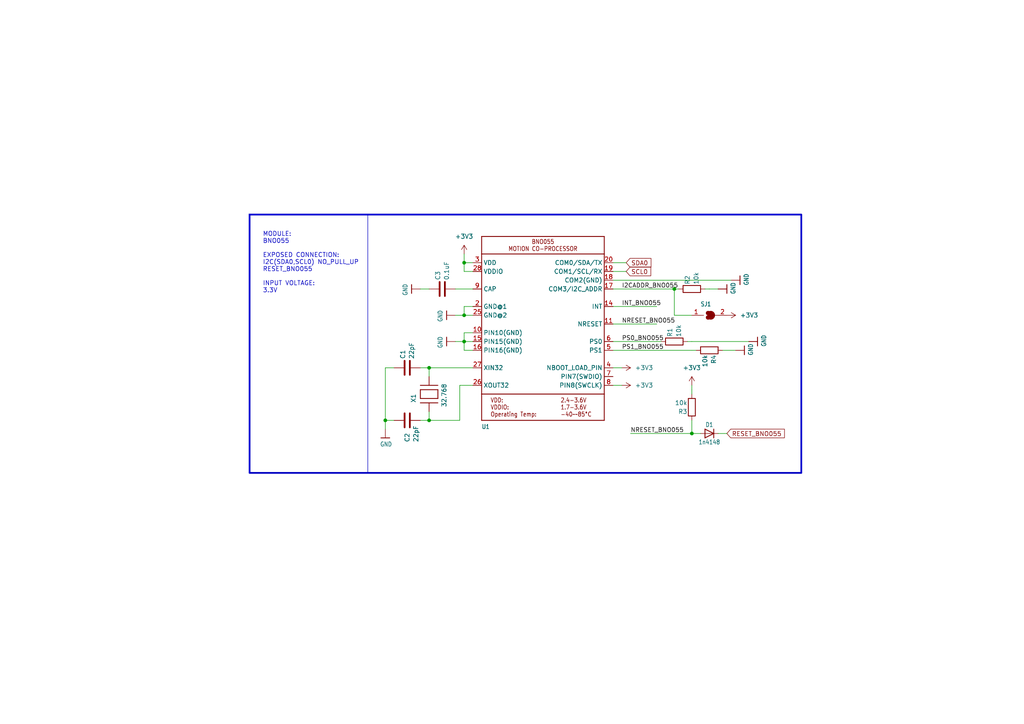
<source format=kicad_sch>
(kicad_sch (version 20230121) (generator eeschema)
  (paper "A4")
  (lib_symbols
    (symbol "Adafruit BNO055 STEMMA QT-eagle-import:BNO055"
      (symbol "BNO055_1_0"
        (polyline (pts (xy -17.78 -27.94) (xy 17.78 -27.94)) (stroke (width 0.254)))
        (polyline (pts (xy -17.78 -20.32) (xy -17.78 -27.94)) (stroke (width 0.254)))
        (polyline (pts (xy -17.78 -20.32) (xy -17.78 20.32)) (stroke (width 0.254)))
        (polyline (pts (xy -17.78 20.32) (xy -17.78 25.4)) (stroke (width 0.254)))
        (polyline (pts (xy -17.78 20.32) (xy 17.78 20.32)) (stroke (width 0.254)))
        (polyline (pts (xy -17.78 25.4) (xy 17.78 25.4)) (stroke (width 0.254)))
        (polyline (pts (xy 17.78 -27.94) (xy 17.78 -20.32)) (stroke (width 0.254)))
        (polyline (pts (xy 17.78 -20.32) (xy -17.78 -20.32)) (stroke (width 0.254)))
        (polyline (pts (xy 17.78 20.32) (xy 17.78 -20.32)) (stroke (width 0.254)))
        (polyline (pts (xy 17.78 25.4) (xy 17.78 20.32)) (stroke (width 0.254)))
        (text "2.4-3.6V\n1.7-3.6V\n-40~~85°C" (at 5.08 -24.13 0) (effects (font (size 1.27 1.0795)) (justify left)))
        (text "BNO055\nMOTION CO-PROCESSOR" (at 0 22.86 0) (effects (font (size 1.27 1.0795))))
        (text "VDD:\nVDDIO:\nOperating Temp:" (at -15.24 -24.13 0) (effects (font (size 1.27 1.0795)) (justify left)))
        (pin bidirectional line (at -20.32 -2.54 0) (length 2.54) (name "PIN10(GND)") (number "10"))
        (pin bidirectional line (at 20.32 0 180) (length 2.54) (name "NRESET") (number "11"))
        (pin output line (at 20.32 5.08 180) (length 2.54) (name "INT") (number "14"))
        (pin bidirectional line (at -20.32 -5.08 0) (length 2.54) (name "PIN15(GND)") (number "15"))
        (pin bidirectional line (at -20.32 -7.62 0) (length 2.54) (name "PIN16(GND)") (number "16"))
        (pin bidirectional line (at 20.32 10.16 180) (length 2.54) (name "COM3/I2C_ADDR") (number "17"))
        (pin bidirectional line (at 20.32 12.7 180) (length 2.54) (name "COM2(GND)") (number "18"))
        (pin bidirectional line (at 20.32 15.24 180) (length 2.54) (name "COM1/SCL/RX") (number "19"))
        (pin power_in line (at -20.32 5.08 0) (length 2.54) (name "GND@1") (number "2"))
        (pin bidirectional line (at 20.32 17.78 180) (length 2.54) (name "COM0/SDA/TX") (number "20"))
        (pin power_in line (at -20.32 2.54 0) (length 2.54) (name "GND@2") (number "25"))
        (pin output line (at -20.32 -17.78 0) (length 2.54) (name "XOUT32") (number "26"))
        (pin input line (at -20.32 -12.7 0) (length 2.54) (name "XIN32") (number "27"))
        (pin power_in line (at -20.32 15.24 0) (length 2.54) (name "VDDIO") (number "28"))
        (pin power_in line (at -20.32 17.78 0) (length 2.54) (name "VDD") (number "3"))
        (pin bidirectional line (at 20.32 -12.7 180) (length 2.54) (name "NBOOT_LOAD_PIN") (number "4"))
        (pin input line (at 20.32 -7.62 180) (length 2.54) (name "PS1") (number "5"))
        (pin input line (at 20.32 -5.08 180) (length 2.54) (name "PS0") (number "6"))
        (pin bidirectional line (at 20.32 -15.24 180) (length 2.54) (name "PIN7(SWDIO)") (number "7"))
        (pin bidirectional line (at 20.32 -17.78 180) (length 2.54) (name "PIN8(SWCLK)") (number "8"))
        (pin passive line (at -20.32 10.16 0) (length 2.54) (name "CAP") (number "9"))
      )
    )
    (symbol "Adafruit BNO055 STEMMA QT-eagle-import:DIODESOD-323"
      (property "Reference" "D" (at 0 2.54 0))
      (symbol "DIODESOD-323_1_0"
        (polyline (pts (xy -1.27 -1.27) (xy 1.27 0)) (stroke (width 0.254)))
        (polyline (pts (xy -1.27 1.27) (xy -1.27 -1.27)) (stroke (width 0.254)))
        (polyline (pts (xy 1.27 0) (xy -1.27 1.27)) (stroke (width 0.254)))
        (polyline (pts (xy 1.27 0) (xy 1.27 -1.27)) (stroke (width 0.254)))
        (polyline (pts (xy 1.27 1.27) (xy 1.27 0)) (stroke (width 0.254)))
        (pin passive line (at -2.54 0 0) (length 2.54) (name "A") (number "A"))
        (pin passive line (at 2.54 0 180) (length 2.54) (name "C") (number "C"))
      )
    )
    (symbol "Adafruit BNO055 STEMMA QT-eagle-import:GND" (power)
      (property "Value" "GND" (at -1.524 -2.54 0))
      (symbol "GND_1_0"
        (polyline (pts (xy -1.27 0) (xy 1.27 0)) (stroke (width 0.254)))
        (pin power_in line (at 0 2.54 270) (length 2.54) (name "GND") (number "1"))
      )
    )
    (symbol "Adafruit BNO055 STEMMA QT-eagle-import:SOLDERJUMPER"
      (property "Reference" "SJ" (at -2.54 2.54 0))
      (symbol "SOLDERJUMPER_1_0"
        (arc (start -0.381 -0.635) (mid 0.2514 -0.0001) (end -0.3808 0.635) (stroke (width 1.27)))
        (polyline (pts (xy -2.54 0) (xy -1.651 0)) (stroke (width 0.1524)))
        (polyline (pts (xy 2.54 0) (xy 1.651 0)) (stroke (width 0.1524)))
        (arc (start 0.3808 -0.635) (mid 1.0132 -0.0001) (end 0.381 0.635) (stroke (width 1.27)))
        (pin passive line (at -5.08 0 0) (length 2.54) (name "1") (number "1"))
        (pin passive line (at 5.08 0 180) (length 2.54) (name "2") (number "2"))
      )
    )
    (symbol "Adafruit BNO055 STEMMA QT-eagle-import:XTAL-3.2X1.5"
      (property "Reference" "X" (at -2.54 3.81 0))
      (symbol "XTAL-3.2X1.5_1_0"
        (polyline (pts (xy -2.54 2.54) (xy -2.54 -2.54)) (stroke (width 0.254)))
        (polyline (pts (xy -1.27 -2.54) (xy 1.27 -2.54)) (stroke (width 0.254)))
        (polyline (pts (xy -1.27 2.54) (xy -1.27 -2.54)) (stroke (width 0.254)))
        (polyline (pts (xy 1.27 -2.54) (xy 1.27 2.54)) (stroke (width 0.254)))
        (polyline (pts (xy 1.27 2.54) (xy -1.27 2.54)) (stroke (width 0.254)))
        (polyline (pts (xy 2.54 2.54) (xy 2.54 -2.54)) (stroke (width 0.254)))
        (pin bidirectional line (at -5.08 0 0) (length 2.54) (name "P$1") (number "P$1"))
        (pin bidirectional line (at 5.08 0 180) (length 2.54) (name "P$2") (number "P$2"))
      )
    )
    (symbol "Device:C" (pin_numbers hide) (pin_names (offset 0.254))
      (property "Reference" "C" (at 0.635 2.54 0))
      (property "Value" "C" (at 0.635 -2.54 0))
      (symbol "C_0_1"
        (polyline (pts (xy -2.032 -0.762) (xy 2.032 -0.762)) (stroke (width 0.508)))
        (polyline (pts (xy -2.032 0.762) (xy 2.032 0.762)) (stroke (width 0.508)))
      )
      (symbol "C_1_1"
        (pin passive line (at 0 3.81 270) (length 2.794) (name "~") (number "1"))
        (pin passive line (at 0 -3.81 90) (length 2.794) (name "~") (number "2"))
      )
    )
    (symbol "Device:R" (pin_numbers hide) (pin_names (offset 0))
      (property "Reference" "R" (at 2.032 0 90))
      (property "Value" "R" (at 0 0 90))
      (symbol "R_0_1"
        (rectangle (start -1.016 -2.54) (end 1.016 2.54) (stroke (width 0.254)))
      )
      (symbol "R_1_1"
        (pin passive line (at 0 3.81 270) (length 1.27) (name "~") (number "1"))
        (pin passive line (at 0 -3.81 90) (length 1.27) (name "~") (number "2"))
      )
    )
    (symbol "power:+3V3" (power) (pin_names (offset 0))
      (property "Value" "+3V3" (at 0 3.556 0))
      (symbol "+3V3_0_1"
        (polyline (pts (xy -0.762 1.27) (xy 0 2.54)))
        (polyline (pts (xy 0 0) (xy 0 2.54)))
        (polyline (pts (xy 0 2.54) (xy 0.762 1.27)))
      )
      (symbol "+3V3_1_1"
        (pin power_in line (at 0 0 90) (length 0) hide (name "+3V3") (number "1"))
      )
    )
  )
  (junction (at 200.66 125.73))
  (junction (at 124.46 121.92))
  (junction (at 195.58 83.82))
  (junction (at 124.46 106.68))
  (junction (at 134.62 76.2))
  (junction (at 111.76 121.92))
  (junction (at 134.62 99.06))
  (junction (at 134.62 91.44))
  (wire (pts (xy 137.16 78.74) (xy 134.62 78.74)) (stroke (width 0.1524)))
  (wire (pts (xy 177.8 76.2) (xy 181.61 76.2)))
  (wire (pts (xy 124.46 109.22) (xy 124.46 106.68)) (stroke (width 0.1524)))
  (wire (pts (xy 195.58 83.82) (xy 195.58 91.44)) (stroke (width 0.1524)))
  (wire (pts (xy 177.8 83.82) (xy 195.58 83.82)) (stroke (width 0.1524)))
  (wire (pts (xy 134.62 99.06) (xy 132.08 99.06)) (stroke (width 0.1524)))
  (wire (pts (xy 200.66 121.92) (xy 200.66 125.73)) (stroke (width 0.1524)))
  (wire (pts (xy 137.16 83.82) (xy 132.08 83.82)) (stroke (width 0.1524)))
  (wire (pts (xy 137.16 76.2) (xy 134.62 76.2)) (stroke (width 0.1524)))
  (wire (pts (xy 134.62 91.44) (xy 132.08 91.44)) (stroke (width 0.1524)))
  (wire (pts (xy 199.39 99.06) (xy 200.66 99.06)))
  (wire (pts (xy 208.28 125.73) (xy 210.82 125.73)))
  (wire (pts (xy 124.46 119.38) (xy 124.46 121.92)) (stroke (width 0.1524)))
  (wire (pts (xy 134.62 101.6) (xy 134.62 99.06)) (stroke (width 0.1524)))
  (wire (pts (xy 137.16 99.06) (xy 134.62 99.06)) (stroke (width 0.1524)))
  (wire (pts (xy 114.3 106.68) (xy 111.76 106.68)) (stroke (width 0.1524)))
  (wire (pts (xy 124.46 83.82) (xy 121.92 83.82)) (stroke (width 0.1524)))
  (wire (pts (xy 111.76 106.68) (xy 111.76 121.92)) (stroke (width 0.1524)))
  (wire (pts (xy 111.76 121.92) (xy 111.76 124.46)) (stroke (width 0.1524)))
  (wire (pts (xy 182.88 125.73) (xy 200.66 125.73)) (stroke (width 0.1524)))
  (wire (pts (xy 180.34 111.76) (xy 177.8 111.76)) (stroke (width 0.1524)))
  (wire (pts (xy 195.58 91.44) (xy 200.66 91.44)) (stroke (width 0.1524)))
  (wire (pts (xy 137.16 111.76) (xy 133.35 111.76)) (stroke (width 0.1524)))
  (wire (pts (xy 137.16 91.44) (xy 134.62 91.44)) (stroke (width 0.1524)))
  (wire (pts (xy 208.28 83.82) (xy 205.74 83.82)) (stroke (width 0.1524)))
  (wire (pts (xy 204.47 83.82) (xy 205.74 83.82)))
  (wire (pts (xy 200.66 125.73) (xy 203.2 125.73)) (stroke (width 0.1524)))
  (wire (pts (xy 200.66 113.03) (xy 200.66 114.3)))
  (wire (pts (xy 134.62 78.74) (xy 134.62 76.2)) (stroke (width 0.1524)))
  (wire (pts (xy 190.5 99.06) (xy 191.77 99.06)))
  (wire (pts (xy 134.62 88.9) (xy 134.62 91.44)) (stroke (width 0.1524)))
  (wire (pts (xy 137.16 106.68) (xy 124.46 106.68)) (stroke (width 0.1524)))
  (wire (pts (xy 137.16 101.6) (xy 134.62 101.6)) (stroke (width 0.1524)))
  (wire (pts (xy 195.58 83.82) (xy 196.85 83.82)))
  (wire (pts (xy 137.16 88.9) (xy 134.62 88.9)) (stroke (width 0.1524)))
  (wire (pts (xy 200.66 101.6) (xy 201.93 101.6)))
  (wire (pts (xy 133.35 121.92) (xy 124.46 121.92)) (stroke (width 0.1524)))
  (wire (pts (xy 134.62 76.2) (xy 134.62 73.66)) (stroke (width 0.1524)))
  (wire (pts (xy 212.09 81.28) (xy 177.8 81.28)) (stroke (width 0.1524)))
  (wire (pts (xy 177.8 101.6) (xy 200.66 101.6)) (stroke (width 0.1524)))
  (wire (pts (xy 177.8 106.68) (xy 180.34 106.68)) (stroke (width 0.1524)))
  (wire (pts (xy 177.8 88.9) (xy 190.5 88.9)) (stroke (width 0.1524)))
  (wire (pts (xy 134.62 96.52) (xy 134.62 99.06)) (stroke (width 0.1524)))
  (wire (pts (xy 133.35 111.76) (xy 133.35 121.92)) (stroke (width 0.1524)))
  (wire (pts (xy 124.46 106.68) (xy 121.92 106.68)) (stroke (width 0.1524)))
  (wire (pts (xy 200.66 99.06) (xy 217.17 99.06)) (stroke (width 0.1524)))
  (wire (pts (xy 209.55 101.6) (xy 213.36 101.6)) (stroke (width 0.1524)))
  (wire (pts (xy 177.8 78.74) (xy 181.61 78.74)))
  (wire (pts (xy 137.16 96.52) (xy 134.62 96.52)) (stroke (width 0.1524)))
  (wire (pts (xy 177.8 93.98) (xy 190.5 93.98)) (stroke (width 0.1524)))
  (wire (pts (xy 124.46 121.92) (xy 121.92 121.92)) (stroke (width 0.1524)))
  (wire (pts (xy 177.8 99.06) (xy 190.5 99.06)) (stroke (width 0.1524)))
  (wire (pts (xy 200.66 113.03) (xy 200.66 111.76)) (stroke (width 0.1524)))
  (wire (pts (xy 114.3 121.92) (xy 111.76 121.92)) (stroke (width 0.1524)))
  (rectangle (start 72.39 62.23) (end 106.68 137.16))
  (rectangle (start 72.39 62.23) (end 232.41 137.16) (stroke (width 0.5)))
  (text "MODULE:\nBNO055\n\nEXPOSED CONNECTION: \nI2C(SDA0,SCL0) NO_PULL_UP\nRESET_BNO055\n\nINPUT VOLTAGE:\n3.3V" (at 76.2 85.09 0) (effects (font (size 1.27 1.27)) (justify left bottom)))
  (label "NRESET_BNO055" (at 182.88 125.73 0) (effects (font (size 1.2446 1.2446))))
  (label "NRESET_BNO055" (at 180.34 93.98 0) (effects (font (size 1.2446 1.2446))))
  (label "INT_BNO055" (at 180.34 88.9 0) (effects (font (size 1.2446 1.2446))))
  (label "PS0_BNO055" (at 180.34 99.06 0) (effects (font (size 1.2446 1.2446))))
  (label "PS1_BNO055" (at 180.34 101.6 0) (effects (font (size 1.2446 1.2446))))
  (label "I2CADDR_BNO055" (at 180.34 83.82 0) (effects (font (size 1.2446 1.2446))))
  (global_label "RESET_BNO055" (shape input) (at 210.82 125.73 0) (property "Intersheetrefs" "${INTERSHEET_REFS}" (effects hide)))
  (global_label "SDA0" (shape input) (at 181.61 76.2 0) (property "Intersheetrefs" "${INTERSHEET_REFS}" (effects hide)))
  (global_label "SCL0" (shape input) (at 181.61 78.74 0) (property "Intersheetrefs" "${INTERSHEET_REFS}" (effects hide)))
  (symbol (lib_id "power:+3V3") (at 200.66 111.76 0) (unit 1)
    (property "Reference" "#PWR04" (effects hide))
    (property "Value" "+3V3" (at 200.66 106.68 0))
  )
  (symbol (lib_id "Adafruit BNO055 STEMMA QT-eagle-import:GND") (at 219.71 99.06 90) (unit 1)
    (property "Reference" "#U$08" (effects hide))
    (property "Value" "GND" (at 222.25 100.584 0) (effects (font (size 1.27 1.0795)) (justify left bottom)))
  )
  (symbol (lib_id "Device:R") (at 205.74 101.6 270) (unit 1)
    (property "Reference" "R4" (at 207.01 102.87 0) (effects (justify left)))
    (property "Value" "10k" (at 204.47 102.87 0) (effects (justify left)))
    (property "Footprint" "Resistor_SMD:R_01005_0402Metric" (effects hide))
  )
  (symbol (lib_id "Device:C") (at 118.11 106.68 90) (unit 1)
    (property "Reference" "C1" (at 116.84 104.14 0) (effects (justify left)))
    (property "Value" "22pF" (at 119.38 104.14 0) (effects (justify left)))
    (property "Footprint" "Capacitor_SMD:C_0402_1005Metric" (effects hide))
  )
  (symbol (lib_id "Adafruit BNO055 STEMMA QT-eagle-import:GND") (at 210.82 83.82 90) (unit 1)
    (property "Reference" "#U$05" (effects hide))
    (property "Value" "GND" (at 213.36 85.344 0) (effects (font (size 1.27 1.0795)) (justify left bottom)))
  )
  (symbol (lib_id "Adafruit BNO055 STEMMA QT-eagle-import:GND") (at 129.54 99.06 270) (unit 1)
    (property "Reference" "#U$04" (effects hide))
    (property "Value" "GND" (at 127 97.536 0) (effects (font (size 1.27 1.0795)) (justify left bottom)))
  )
  (symbol (lib_id "Device:C") (at 128.27 83.82 90) (unit 1)
    (property "Reference" "C3" (at 127 81.28 0) (effects (justify left)))
    (property "Value" "0.1uF" (at 129.54 81.28 0) (effects (justify left)))
    (property "Footprint" "Capacitor_SMD:C_0402_1005Metric" (effects hide))
  )
  (symbol (lib_id "Device:C") (at 118.11 121.92 90) (unit 1)
    (property "Reference" "C2" (at 118.11 128.27 0) (effects (justify left)))
    (property "Value" "22pF" (at 120.65 128.27 0) (effects (justify left)))
    (property "Footprint" "Capacitor_SMD:C_0402_1005Metric" (effects hide))
  )
  (symbol (lib_id "power:+3V3") (at 180.34 111.76 270) (unit 1)
    (property "Reference" "#PWR03" (effects hide))
    (property "Value" "+3V3" (at 184.15 111.76 90) (effects (justify left)))
  )
  (symbol (lib_id "Device:R") (at 195.58 99.06 90) (unit 1)
    (property "Reference" "R1" (at 194.31 97.79 0) (effects (justify left)))
    (property "Value" "10k" (at 196.85 97.79 0) (effects (justify left)))
    (property "Footprint" "Resistor_SMD:R_01005_0402Metric" (effects hide))
  )
  (symbol (lib_id "Adafruit BNO055 STEMMA QT-eagle-import:GND") (at 214.63 81.28 90) (unit 1)
    (property "Reference" "#U$06" (effects hide))
    (property "Value" "GND" (at 217.17 82.804 0) (effects (font (size 1.27 1.0795)) (justify left bottom)))
  )
  (symbol (lib_id "Adafruit BNO055 STEMMA QT-eagle-import:XTAL-3.2X1.5") (at 124.46 114.3 90) (unit 1)
    (property "Reference" "X1" (at 120.65 116.84 0) (effects (justify left bottom)))
    (property "Value" "32.768" (at 129.54 118.11 0) (effects (justify left bottom)))
    (property "Footprint" "Adafruit BNO055 STEMMA QT:XTAL3215" (effects hide))
  )
  (symbol (lib_id "Adafruit BNO055 STEMMA QT-eagle-import:SOLDERJUMPER") (at 205.74 91.44 0) (unit 1)
    (property "Reference" "SJ1" (at 203.2 88.9 0) (effects (font (size 1.27 1.0795)) (justify left bottom)))
    (property "Value" "SOLDERJUMPER" (effects hide))
    (property "Footprint" "Adafruit BNO055 STEMMA QT:SOLDERJUMPER_ARROW_NOPASTE" (effects hide))
  )
  (symbol (lib_id "Adafruit BNO055 STEMMA QT-eagle-import:BNO055") (at 157.48 93.98 0) (unit 1)
    (property "Reference" "U$1" (effects hide))
    (property "Value" "U1" (at 139.7 124.46 0) (effects (font (size 1.27 1.0795)) (justify left bottom)))
    (property "Footprint" "Adafruit BNO055 STEMMA QT:BNO055" (effects hide))
  )
  (symbol (lib_id "Adafruit BNO055 STEMMA QT-eagle-import:DIODESOD-323") (at 205.74 125.73 0) (unit 1)
    (property "Reference" "D1" (at 205.74 123.19 0) (effects (font (size 1.27 1.0795))))
    (property "Value" "1n4148" (at 205.74 128.23 0) (effects (font (size 1.27 1.0795))))
    (property "Footprint" "Adafruit BNO055 STEMMA QT:SOD-323" (effects hide))
  )
  (symbol (lib_id "Adafruit BNO055 STEMMA QT-eagle-import:GND") (at 119.38 83.82 270) (unit 1)
    (property "Reference" "#U$02" (effects hide))
    (property "Value" "GND" (at 116.84 82.296 0) (effects (font (size 1.27 1.0795)) (justify left bottom)))
  )
  (symbol (lib_id "power:+3V3") (at 210.82 91.44 270) (unit 1)
    (property "Reference" "#PWR05" (effects hide))
    (property "Value" "+3V3" (at 214.63 91.44 90) (effects (justify left)))
  )
  (symbol (lib_id "Adafruit BNO055 STEMMA QT-eagle-import:GND") (at 129.54 91.44 270) (unit 1)
    (property "Reference" "#U$03" (effects hide))
    (property "Value" "GND" (at 127 89.916 0) (effects (font (size 1.27 1.0795)) (justify left bottom)))
  )
  (symbol (lib_id "Adafruit BNO055 STEMMA QT-eagle-import:GND") (at 111.76 127 0) (unit 1)
    (property "Reference" "#U$01" (effects hide))
    (property "Value" "GND" (at 110.236 129.54 0) (effects (font (size 1.27 1.0795)) (justify left bottom)))
  )
  (symbol (lib_id "power:+3V3") (at 134.62 73.66 0) (unit 1)
    (property "Reference" "#PWR01" (effects hide))
    (property "Value" "+3V3" (at 134.62 68.58 0))
  )
  (symbol (lib_id "Adafruit BNO055 STEMMA QT-eagle-import:GND") (at 215.9 101.6 90) (unit 1)
    (property "Reference" "#U$07" (effects hide))
    (property "Value" "GND" (at 218.44 103.124 0) (effects (font (size 1.27 1.0795)) (justify left bottom)))
  )
  (symbol (lib_id "Device:R") (at 200.66 118.11 180) (unit 1)
    (property "Reference" "R3" (at 199.39 119.38 0) (effects (justify left)))
    (property "Value" "10k" (at 199.39 116.84 0) (effects (justify left)))
    (property "Footprint" "Resistor_SMD:R_01005_0402Metric" (effects hide))
  )
  (symbol (lib_id "Device:R") (at 200.66 83.82 90) (unit 1)
    (property "Reference" "R2" (at 199.39 82.55 0) (effects (justify left)))
    (property "Value" "10k" (at 201.93 82.55 0) (effects (justify left)))
    (property "Footprint" "Resistor_SMD:R_01005_0402Metric" (effects hide))
  )
  (symbol (lib_id "power:+3V3") (at 180.34 106.68 270) (unit 1)
    (property "Reference" "#PWR02" (effects hide))
    (property "Value" "+3V3" (at 184.15 106.68 90) (effects (justify left)))
  )
)
</source>
